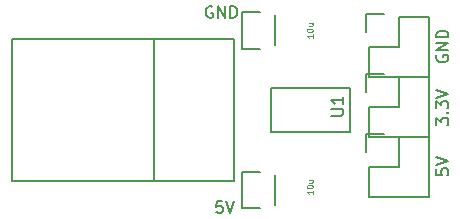
<source format=gto>
G04 #@! TF.FileFunction,Legend,Top*
%FSLAX46Y46*%
G04 Gerber Fmt 4.6, Leading zero omitted, Abs format (unit mm)*
G04 Created by KiCad (PCBNEW (2015-01-02 BZR 5348)-product) date 4/1/2015 10:56:25 PM*
%MOMM*%
G01*
G04 APERTURE LIST*
%ADD10C,0.100000*%
%ADD11C,0.150000*%
%ADD12C,0.109220*%
G04 APERTURE END LIST*
D10*
D11*
X115000000Y-108500000D02*
X121800000Y-108500000D01*
X121800000Y-108500000D02*
X121800000Y-96500000D01*
X121800000Y-96500000D02*
X115000000Y-96500000D01*
X103000000Y-108500000D02*
X103000000Y-96500000D01*
X103000000Y-96500000D02*
X115000000Y-96500000D01*
X115000000Y-96500000D02*
X115000000Y-108500000D01*
X115000000Y-108500000D02*
X103000000Y-108500000D01*
X132950000Y-104490000D02*
X132950000Y-106040000D01*
X134500000Y-104490000D02*
X132950000Y-104490000D01*
X134500000Y-104490000D02*
X132950000Y-104490000D01*
X135770000Y-104770000D02*
X135770000Y-107310000D01*
X135770000Y-107310000D02*
X133230000Y-107310000D01*
X133230000Y-107310000D02*
X133230000Y-109850000D01*
X133230000Y-109850000D02*
X138310000Y-109850000D01*
X138310000Y-109850000D02*
X138310000Y-104770000D01*
X138310000Y-104770000D02*
X135770000Y-104770000D01*
X132950000Y-99410000D02*
X132950000Y-100960000D01*
X134500000Y-99410000D02*
X132950000Y-99410000D01*
X134500000Y-99410000D02*
X132950000Y-99410000D01*
X135770000Y-99690000D02*
X135770000Y-102230000D01*
X135770000Y-102230000D02*
X133230000Y-102230000D01*
X133230000Y-102230000D02*
X133230000Y-104770000D01*
X133230000Y-104770000D02*
X138310000Y-104770000D01*
X138310000Y-104770000D02*
X138310000Y-99690000D01*
X138310000Y-99690000D02*
X135770000Y-99690000D01*
X132950000Y-94330000D02*
X132950000Y-95880000D01*
X134500000Y-94330000D02*
X132950000Y-94330000D01*
X134500000Y-94330000D02*
X132950000Y-94330000D01*
X135770000Y-94610000D02*
X135770000Y-97150000D01*
X135770000Y-97150000D02*
X133230000Y-97150000D01*
X133230000Y-97150000D02*
X133230000Y-99690000D01*
X133230000Y-99690000D02*
X138310000Y-99690000D01*
X138310000Y-99690000D02*
X138310000Y-94610000D01*
X138310000Y-94610000D02*
X135770000Y-94610000D01*
X131600000Y-100650000D02*
X131600000Y-104350000D01*
X124900000Y-100650000D02*
X131600000Y-100650000D01*
X124900000Y-104350000D02*
X124900000Y-100650000D01*
X124900000Y-104350000D02*
X131600000Y-104350000D01*
X125270000Y-110520000D02*
X125270000Y-107980000D01*
X122450000Y-107700000D02*
X124000000Y-107700000D01*
X122450000Y-107700000D02*
X122450000Y-110800000D01*
X122450000Y-110800000D02*
X124000000Y-110800000D01*
X125270000Y-97020000D02*
X125270000Y-94480000D01*
X122450000Y-94200000D02*
X124000000Y-94200000D01*
X122450000Y-94200000D02*
X122450000Y-97300000D01*
X122450000Y-97300000D02*
X124000000Y-97300000D01*
D12*
X128476362Y-109321672D02*
X128476362Y-109607604D01*
X128476362Y-109464638D02*
X127975982Y-109464638D01*
X128047465Y-109512293D01*
X128095120Y-109559948D01*
X128118948Y-109607604D01*
X127975982Y-109011913D02*
X127975982Y-108964258D01*
X127999810Y-108916603D01*
X128023638Y-108892775D01*
X128071293Y-108868948D01*
X128166603Y-108845120D01*
X128285741Y-108845120D01*
X128381052Y-108868948D01*
X128428707Y-108892775D01*
X128452535Y-108916603D01*
X128476362Y-108964258D01*
X128476362Y-109011913D01*
X128452535Y-109059569D01*
X128428707Y-109083396D01*
X128381052Y-109107224D01*
X128285741Y-109131052D01*
X128166603Y-109131052D01*
X128071293Y-109107224D01*
X128023638Y-109083396D01*
X127999810Y-109059569D01*
X127975982Y-109011913D01*
X128142776Y-108416223D02*
X128476362Y-108416223D01*
X128142776Y-108630672D02*
X128404880Y-108630672D01*
X128452535Y-108606844D01*
X128476362Y-108559189D01*
X128476362Y-108487706D01*
X128452535Y-108440051D01*
X128428707Y-108416223D01*
X128476362Y-96071672D02*
X128476362Y-96357604D01*
X128476362Y-96214638D02*
X127975982Y-96214638D01*
X128047465Y-96262293D01*
X128095120Y-96309948D01*
X128118948Y-96357604D01*
X127975982Y-95761913D02*
X127975982Y-95714258D01*
X127999810Y-95666603D01*
X128023638Y-95642775D01*
X128071293Y-95618948D01*
X128166603Y-95595120D01*
X128285741Y-95595120D01*
X128381052Y-95618948D01*
X128428707Y-95642775D01*
X128452535Y-95666603D01*
X128476362Y-95714258D01*
X128476362Y-95761913D01*
X128452535Y-95809569D01*
X128428707Y-95833396D01*
X128381052Y-95857224D01*
X128285741Y-95881052D01*
X128166603Y-95881052D01*
X128071293Y-95857224D01*
X128023638Y-95833396D01*
X127999810Y-95809569D01*
X127975982Y-95761913D01*
X128142776Y-95166223D02*
X128476362Y-95166223D01*
X128142776Y-95380672D02*
X128404880Y-95380672D01*
X128452535Y-95356844D01*
X128476362Y-95309189D01*
X128476362Y-95237706D01*
X128452535Y-95190051D01*
X128428707Y-95166223D01*
D11*
X138952381Y-107490476D02*
X138952381Y-107966667D01*
X139428571Y-108014286D01*
X139380952Y-107966667D01*
X139333333Y-107871429D01*
X139333333Y-107633333D01*
X139380952Y-107538095D01*
X139428571Y-107490476D01*
X139523810Y-107442857D01*
X139761905Y-107442857D01*
X139857143Y-107490476D01*
X139904762Y-107538095D01*
X139952381Y-107633333D01*
X139952381Y-107871429D01*
X139904762Y-107966667D01*
X139857143Y-108014286D01*
X138952381Y-107157143D02*
X139952381Y-106823810D01*
X138952381Y-106490476D01*
X138952381Y-103776190D02*
X138952381Y-103157142D01*
X139333333Y-103490476D01*
X139333333Y-103347618D01*
X139380952Y-103252380D01*
X139428571Y-103204761D01*
X139523810Y-103157142D01*
X139761905Y-103157142D01*
X139857143Y-103204761D01*
X139904762Y-103252380D01*
X139952381Y-103347618D01*
X139952381Y-103633333D01*
X139904762Y-103728571D01*
X139857143Y-103776190D01*
X139857143Y-102728571D02*
X139904762Y-102680952D01*
X139952381Y-102728571D01*
X139904762Y-102776190D01*
X139857143Y-102728571D01*
X139952381Y-102728571D01*
X138952381Y-102347619D02*
X138952381Y-101728571D01*
X139333333Y-102061905D01*
X139333333Y-101919047D01*
X139380952Y-101823809D01*
X139428571Y-101776190D01*
X139523810Y-101728571D01*
X139761905Y-101728571D01*
X139857143Y-101776190D01*
X139904762Y-101823809D01*
X139952381Y-101919047D01*
X139952381Y-102204762D01*
X139904762Y-102300000D01*
X139857143Y-102347619D01*
X138952381Y-101442857D02*
X139952381Y-101109524D01*
X138952381Y-100776190D01*
X139000000Y-97861904D02*
X138952381Y-97957142D01*
X138952381Y-98099999D01*
X139000000Y-98242857D01*
X139095238Y-98338095D01*
X139190476Y-98385714D01*
X139380952Y-98433333D01*
X139523810Y-98433333D01*
X139714286Y-98385714D01*
X139809524Y-98338095D01*
X139904762Y-98242857D01*
X139952381Y-98099999D01*
X139952381Y-98004761D01*
X139904762Y-97861904D01*
X139857143Y-97814285D01*
X139523810Y-97814285D01*
X139523810Y-98004761D01*
X139952381Y-97385714D02*
X138952381Y-97385714D01*
X139952381Y-96814285D01*
X138952381Y-96814285D01*
X139952381Y-96338095D02*
X138952381Y-96338095D01*
X138952381Y-96100000D01*
X139000000Y-95957142D01*
X139095238Y-95861904D01*
X139190476Y-95814285D01*
X139380952Y-95766666D01*
X139523810Y-95766666D01*
X139714286Y-95814285D01*
X139809524Y-95861904D01*
X139904762Y-95957142D01*
X139952381Y-96100000D01*
X139952381Y-96338095D01*
X130052381Y-102961905D02*
X130861905Y-102961905D01*
X130957143Y-102914286D01*
X131004762Y-102866667D01*
X131052381Y-102771429D01*
X131052381Y-102580952D01*
X131004762Y-102485714D01*
X130957143Y-102438095D01*
X130861905Y-102390476D01*
X130052381Y-102390476D01*
X131052381Y-101390476D02*
X131052381Y-101961905D01*
X131052381Y-101676191D02*
X130052381Y-101676191D01*
X130195238Y-101771429D01*
X130290476Y-101866667D01*
X130338095Y-101961905D01*
X120809524Y-110202381D02*
X120333333Y-110202381D01*
X120285714Y-110678571D01*
X120333333Y-110630952D01*
X120428571Y-110583333D01*
X120666667Y-110583333D01*
X120761905Y-110630952D01*
X120809524Y-110678571D01*
X120857143Y-110773810D01*
X120857143Y-111011905D01*
X120809524Y-111107143D01*
X120761905Y-111154762D01*
X120666667Y-111202381D01*
X120428571Y-111202381D01*
X120333333Y-111154762D01*
X120285714Y-111107143D01*
X121142857Y-110202381D02*
X121476190Y-111202381D01*
X121809524Y-110202381D01*
X119988096Y-93750000D02*
X119892858Y-93702381D01*
X119750001Y-93702381D01*
X119607143Y-93750000D01*
X119511905Y-93845238D01*
X119464286Y-93940476D01*
X119416667Y-94130952D01*
X119416667Y-94273810D01*
X119464286Y-94464286D01*
X119511905Y-94559524D01*
X119607143Y-94654762D01*
X119750001Y-94702381D01*
X119845239Y-94702381D01*
X119988096Y-94654762D01*
X120035715Y-94607143D01*
X120035715Y-94273810D01*
X119845239Y-94273810D01*
X120464286Y-94702381D02*
X120464286Y-93702381D01*
X121035715Y-94702381D01*
X121035715Y-93702381D01*
X121511905Y-94702381D02*
X121511905Y-93702381D01*
X121750000Y-93702381D01*
X121892858Y-93750000D01*
X121988096Y-93845238D01*
X122035715Y-93940476D01*
X122083334Y-94130952D01*
X122083334Y-94273810D01*
X122035715Y-94464286D01*
X121988096Y-94559524D01*
X121892858Y-94654762D01*
X121750000Y-94702381D01*
X121511905Y-94702381D01*
M02*

</source>
